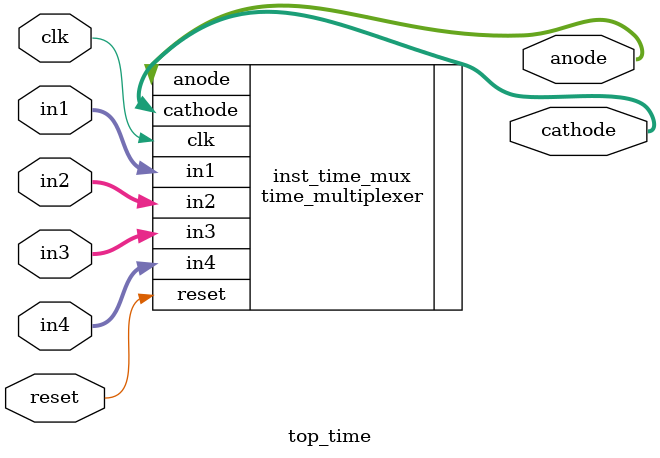
<source format=v>
`timescale 1ns / 1ps


module top_time(
    input clk,
    input reset,
    input [3:0] in1,
    input [3:0] in2,
    input [3:0] in3,
    input [3:0] in4,
    output [7:0] anode,
    output [7:0] cathode
);

time_multiplexer inst_time_mux(
    .clk(clk),
    .reset(reset),
    .in1(in1),
    .in2(in2),
    .in3(in3),
    .in4(in4),
    .anode(anode),
    .cathode(cathode)
);

endmodule
</source>
